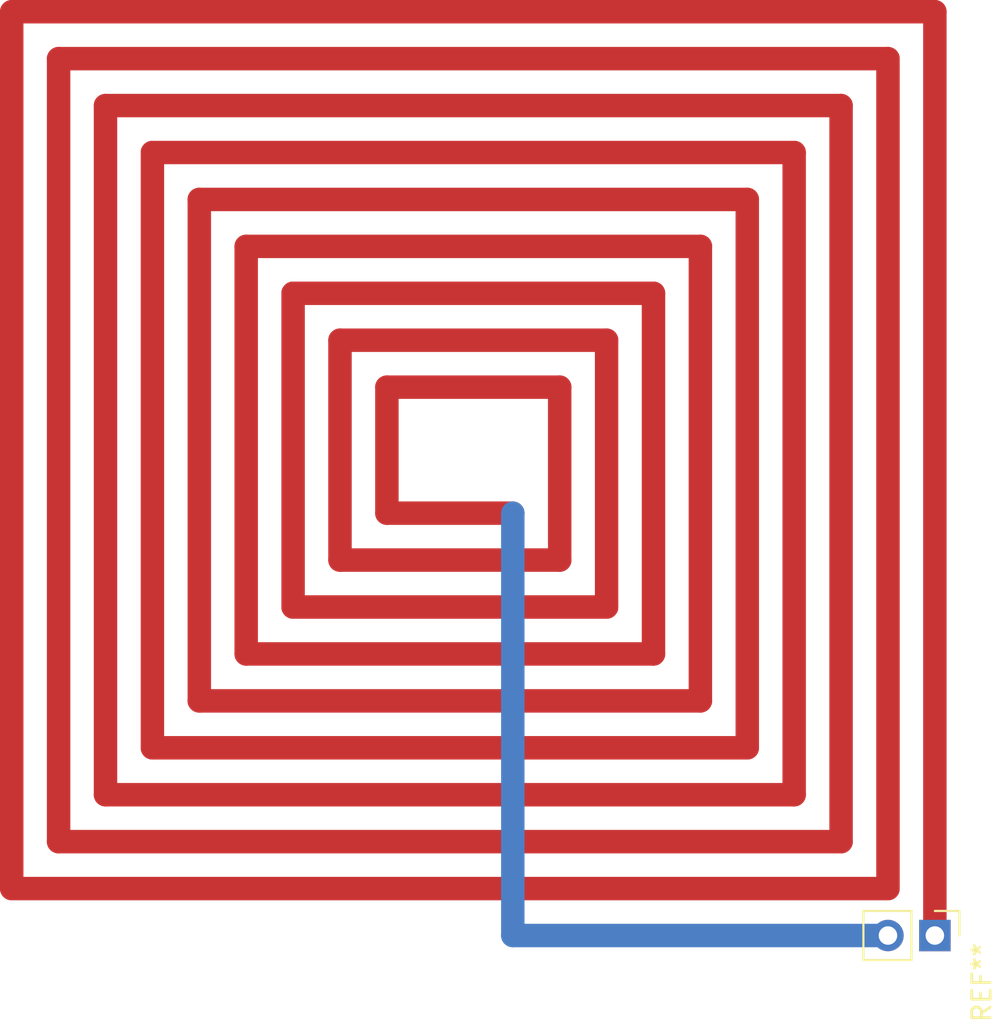
<source format=kicad_pcb>
(kicad_pcb (version 20240108) (generator "pcbnew") (generator_version "8.0")
  (layers (0 "F.Cu" signal) (1 "In1.Cu" signal) (2 "In2.Cu" signal) (3 "In3.Cu" signal) (4 "In4.Cu" signal) (31 "B.Cu" signal) (34 "B.Paste" user) (35 "F.Paste" user) (36 "B.SilkS" user "B.Silkscreen") (37 "F.SilkS" user "F.Silkscreen") (38 "B.Mask" user) (39 "F.Mask" user) (44 "Edge.Cuts" user))
  (net 0 "")
  (segment (start 41.410 41.410) (end 34.590 41.410) (width 1.27) (layer "F.Cu") (net 0))
  (segment (start 34.590 41.410) (end 34.590 34.590) (width 1.27) (layer "F.Cu") (net 0))
  (segment (start 34.590 34.590) (end 43.950 34.590) (width 1.27) (layer "F.Cu") (net 0))
  (segment (start 43.950 34.590) (end 43.950 43.950) (width 1.27) (layer "F.Cu") (net 0))
  (segment (start 43.950 43.950) (end 32.050 43.950) (width 1.27) (layer "F.Cu") (net 0))
  (segment (start 32.050 43.950) (end 32.050 32.050) (width 1.27) (layer "F.Cu") (net 0))
  (segment (start 32.050 32.050) (end 46.490 32.050) (width 1.27) (layer "F.Cu") (net 0))
  (segment (start 46.490 32.050) (end 46.490 46.490) (width 1.27) (layer "F.Cu") (net 0))
  (segment (start 46.490 46.490) (end 29.510 46.490) (width 1.27) (layer "F.Cu") (net 0))
  (segment (start 29.510 46.490) (end 29.510 29.510) (width 1.27) (layer "F.Cu") (net 0))
  (segment (start 29.510 29.510) (end 49.030 29.510) (width 1.27) (layer "F.Cu") (net 0))
  (segment (start 49.030 29.510) (end 49.030 49.030) (width 1.27) (layer "F.Cu") (net 0))
  (segment (start 49.030 49.030) (end 26.970 49.030) (width 1.27) (layer "F.Cu") (net 0))
  (segment (start 26.970 49.030) (end 26.970 26.970) (width 1.27) (layer "F.Cu") (net 0))
  (segment (start 26.970 26.970) (end 51.570 26.970) (width 1.27) (layer "F.Cu") (net 0))
  (segment (start 51.570 26.970) (end 51.570 51.570) (width 1.27) (layer "F.Cu") (net 0))
  (segment (start 51.570 51.570) (end 24.430 51.570) (width 1.27) (layer "F.Cu") (net 0))
  (segment (start 24.430 51.570) (end 24.430 24.430) (width 1.27) (layer "F.Cu") (net 0))
  (segment (start 24.430 24.430) (end 54.110 24.430) (width 1.27) (layer "F.Cu") (net 0))
  (segment (start 54.110 24.430) (end 54.110 54.110) (width 1.27) (layer "F.Cu") (net 0))
  (segment (start 54.110 54.110) (end 21.890 54.110) (width 1.27) (layer "F.Cu") (net 0))
  (segment (start 21.890 54.110) (end 21.890 21.890) (width 1.27) (layer "F.Cu") (net 0))
  (segment (start 21.890 21.890) (end 56.650 21.890) (width 1.27) (layer "F.Cu") (net 0))
  (segment (start 56.650 21.890) (end 56.650 56.650) (width 1.27) (layer "F.Cu") (net 0))
  (segment (start 56.650 56.650) (end 19.350 56.650) (width 1.27) (layer "F.Cu") (net 0))
  (segment (start 19.350 56.650) (end 19.350 19.350) (width 1.27) (layer "F.Cu") (net 0))
  (segment (start 19.350 19.350) (end 59.190 19.350) (width 1.27) (layer "F.Cu") (net 0))
  (segment (start 59.190 19.350) (end 59.190 59.190) (width 1.27) (layer "F.Cu") (net 0))
  (segment (start 59.190 59.190) (end 16.810 59.190) (width 1.27) (layer "F.Cu") (net 0))
  (segment (start 16.810 59.190) (end 16.810 16.810) (width 1.27) (layer "F.Cu") (net 0))
  (segment (start 16.810 16.810) (end 61.730 16.810) (width 1.27) (layer "F.Cu") (net 0))
  (segment (start 61.730 16.810) (end 61.730 61.730) (width 1.27) (layer "F.Cu") (net 0))
  (segment (start 61.730 61.730) (end 14.270 61.730) (width 1.27) (layer "F.Cu") (net 0))
  (segment (start 14.270 61.730) (end 14.270 14.270) (width 1.27) (layer "F.Cu") (net 0))
  (segment (start 14.270 14.270) (end 64.270 14.270) (width 1.27) (layer "F.Cu") (net 0))
  (segment (start 64.270 14.270) (end 64.270 64.270) (width 1.27) (layer "F.Cu") (net 0))
  (footprint "Connector_PinHeader_2.54mm:PinHeader_1x02_P2.54mm_Vertical" (layer "F.Cu") (at 64.27 64.26999999999998 -90)
    (property "Reference" "REF**" (at 2.54 -2.54 90) (layer "F.SilkS"))
    (property "Value" "PinHeader_1x02_P2.54mm_Vertical" (hide yes))
    (fp_line (start -1.33 3.87) (end 1.33 3.87) (stroke (width 0.12)) (layer "F.SilkS"))
    (fp_line (start -1.33 1.27) (end -1.33 3.87) (stroke (width 0.12)) (layer "F.SilkS"))
    (fp_line (start -1.33 1.27) (end 1.33 1.27) (stroke (width 0.12)) (layer "F.SilkS"))
    (fp_line (start 1.33 1.27) (end 1.33 3.87) (stroke (width 0.12)) (layer "F.SilkS"))
    (fp_line (start -1.33 0) (end -1.33 -1.33) (stroke (width 0.12)) (layer "F.SilkS"))
    (fp_line (start -1.33 -1.33) (end 0 -1.33) (stroke (width 0.12)) (layer "F.SilkS"))
    (pad "1" thru_hole rect (at 0 0 270) (size 1.7 1.7) (drill 1) (layers "*.Cu" "*.Mask"))
    (pad "2" thru_hole oval (at 0 2.54 270) (size 1.7 1.7) (drill 1) (layers "*.Cu" "*.Mask"))
  )
  (segment (start 41.41 41.41) (end 41.41 64.26999999999998) (width 1.27) (layer "B.Cu") (net 0))
  (segment (start 41.41 64.26999999999998) (end 61.73 64.26999999999998) (width 1.27) (layer "B.Cu") (net 0))
  (via (at 41.41 41.41) (size 0.00025) (drill 0.00015) (layers "F.Cu" "B.Cu") (net 0))
)
</source>
